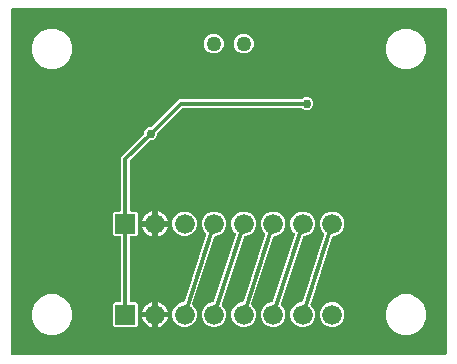
<source format=gbr>
G04 EAGLE Gerber RS-274X export*
G75*
%MOMM*%
%FSLAX34Y34*%
%LPD*%
%INBottom Copper*%
%IPPOS*%
%AMOC8*
5,1,8,0,0,1.08239X$1,22.5*%
G01*
%ADD10C,1.270000*%
%ADD11R,1.676400X1.676400*%
%ADD12C,1.676400*%
%ADD13C,0.756400*%
%ADD14C,0.304800*%

G36*
X370502Y3004D02*
X370502Y3004D01*
X370528Y3002D01*
X370675Y3024D01*
X370822Y3041D01*
X370847Y3049D01*
X370873Y3053D01*
X371011Y3108D01*
X371150Y3158D01*
X371172Y3172D01*
X371197Y3182D01*
X371318Y3267D01*
X371443Y3347D01*
X371461Y3366D01*
X371483Y3381D01*
X371582Y3491D01*
X371685Y3598D01*
X371699Y3620D01*
X371716Y3640D01*
X371788Y3770D01*
X371864Y3897D01*
X371872Y3922D01*
X371885Y3945D01*
X371925Y4088D01*
X371970Y4229D01*
X371972Y4255D01*
X371980Y4280D01*
X371999Y4524D01*
X371999Y295476D01*
X371997Y295497D01*
X371998Y295517D01*
X371998Y295521D01*
X371998Y295528D01*
X371976Y295675D01*
X371959Y295822D01*
X371951Y295847D01*
X371947Y295873D01*
X371892Y296011D01*
X371842Y296150D01*
X371828Y296172D01*
X371818Y296197D01*
X371733Y296318D01*
X371653Y296443D01*
X371634Y296461D01*
X371619Y296483D01*
X371509Y296582D01*
X371402Y296685D01*
X371380Y296699D01*
X371360Y296716D01*
X371230Y296788D01*
X371103Y296864D01*
X371078Y296872D01*
X371055Y296885D01*
X370912Y296925D01*
X370771Y296970D01*
X370745Y296972D01*
X370720Y296980D01*
X370476Y296999D01*
X4524Y296999D01*
X4498Y296996D01*
X4472Y296998D01*
X4325Y296976D01*
X4178Y296959D01*
X4153Y296951D01*
X4127Y296947D01*
X3989Y296892D01*
X3850Y296842D01*
X3828Y296828D01*
X3803Y296818D01*
X3682Y296733D01*
X3557Y296653D01*
X3539Y296634D01*
X3517Y296619D01*
X3418Y296509D01*
X3315Y296402D01*
X3301Y296380D01*
X3284Y296360D01*
X3212Y296230D01*
X3136Y296103D01*
X3128Y296078D01*
X3115Y296055D01*
X3075Y295912D01*
X3030Y295771D01*
X3028Y295745D01*
X3020Y295720D01*
X3001Y295476D01*
X3001Y4524D01*
X3004Y4498D01*
X3002Y4472D01*
X3024Y4325D01*
X3041Y4178D01*
X3049Y4153D01*
X3053Y4127D01*
X3108Y3989D01*
X3158Y3850D01*
X3172Y3828D01*
X3182Y3803D01*
X3267Y3682D01*
X3347Y3557D01*
X3366Y3539D01*
X3381Y3517D01*
X3491Y3418D01*
X3598Y3315D01*
X3620Y3301D01*
X3640Y3284D01*
X3770Y3212D01*
X3897Y3136D01*
X3922Y3128D01*
X3945Y3115D01*
X4088Y3075D01*
X4229Y3030D01*
X4255Y3028D01*
X4280Y3020D01*
X4524Y3001D01*
X370476Y3001D01*
X370502Y3004D01*
G37*
%LPC*%
G36*
X90789Y27117D02*
X90789Y27117D01*
X89617Y28289D01*
X89617Y46711D01*
X90789Y47883D01*
X94952Y47883D01*
X94978Y47886D01*
X95004Y47884D01*
X95151Y47906D01*
X95298Y47923D01*
X95323Y47931D01*
X95349Y47935D01*
X95487Y47990D01*
X95626Y48040D01*
X95648Y48054D01*
X95673Y48064D01*
X95794Y48149D01*
X95919Y48229D01*
X95937Y48248D01*
X95959Y48263D01*
X96058Y48373D01*
X96161Y48480D01*
X96175Y48502D01*
X96192Y48522D01*
X96264Y48652D01*
X96340Y48779D01*
X96348Y48804D01*
X96361Y48827D01*
X96401Y48970D01*
X96446Y49111D01*
X96448Y49137D01*
X96456Y49162D01*
X96475Y49406D01*
X96475Y102394D01*
X96472Y102420D01*
X96474Y102446D01*
X96452Y102593D01*
X96435Y102740D01*
X96427Y102765D01*
X96423Y102791D01*
X96368Y102929D01*
X96318Y103068D01*
X96304Y103090D01*
X96294Y103115D01*
X96209Y103236D01*
X96129Y103361D01*
X96110Y103379D01*
X96095Y103401D01*
X95985Y103500D01*
X95878Y103603D01*
X95856Y103617D01*
X95836Y103634D01*
X95706Y103706D01*
X95579Y103782D01*
X95554Y103790D01*
X95531Y103803D01*
X95388Y103843D01*
X95247Y103888D01*
X95221Y103890D01*
X95196Y103898D01*
X94952Y103917D01*
X90789Y103917D01*
X89617Y105089D01*
X89617Y123511D01*
X90789Y124683D01*
X94952Y124683D01*
X94978Y124686D01*
X95004Y124684D01*
X95151Y124706D01*
X95298Y124723D01*
X95323Y124731D01*
X95349Y124735D01*
X95487Y124790D01*
X95626Y124840D01*
X95648Y124854D01*
X95673Y124864D01*
X95794Y124949D01*
X95919Y125029D01*
X95937Y125048D01*
X95959Y125063D01*
X96058Y125173D01*
X96161Y125280D01*
X96175Y125302D01*
X96192Y125322D01*
X96264Y125452D01*
X96340Y125579D01*
X96348Y125604D01*
X96361Y125627D01*
X96401Y125770D01*
X96446Y125911D01*
X96448Y125937D01*
X96456Y125962D01*
X96475Y126206D01*
X96475Y170840D01*
X115091Y189456D01*
X115170Y189555D01*
X115254Y189649D01*
X115278Y189691D01*
X115308Y189729D01*
X115362Y189843D01*
X115423Y189954D01*
X115436Y190000D01*
X115457Y190044D01*
X115483Y190167D01*
X115518Y190289D01*
X115523Y190350D01*
X115530Y190385D01*
X115529Y190433D01*
X115537Y190533D01*
X115537Y191850D01*
X116418Y193976D01*
X118044Y195602D01*
X120170Y196483D01*
X121487Y196483D01*
X121613Y196497D01*
X121739Y196504D01*
X121785Y196517D01*
X121833Y196523D01*
X121952Y196565D01*
X122074Y196600D01*
X122116Y196624D01*
X122161Y196640D01*
X122268Y196709D01*
X122378Y196770D01*
X122424Y196810D01*
X122454Y196829D01*
X122488Y196864D01*
X122564Y196929D01*
X142749Y217114D01*
X145260Y219625D01*
X248116Y219625D01*
X248241Y219639D01*
X248368Y219646D01*
X248414Y219659D01*
X248462Y219665D01*
X248581Y219707D01*
X248702Y219742D01*
X248745Y219766D01*
X248790Y219782D01*
X248896Y219851D01*
X249007Y219912D01*
X249053Y219952D01*
X249083Y219971D01*
X249116Y220006D01*
X249193Y220071D01*
X250124Y221002D01*
X252250Y221883D01*
X254550Y221883D01*
X256676Y221002D01*
X258302Y219376D01*
X259183Y217250D01*
X259183Y214950D01*
X258302Y212824D01*
X256676Y211198D01*
X254550Y210317D01*
X252250Y210317D01*
X250124Y211198D01*
X249193Y212129D01*
X249094Y212208D01*
X249000Y212292D01*
X248958Y212316D01*
X248920Y212346D01*
X248806Y212400D01*
X248695Y212461D01*
X248648Y212474D01*
X248605Y212495D01*
X248481Y212521D01*
X248360Y212556D01*
X248299Y212561D01*
X248264Y212568D01*
X248216Y212567D01*
X248116Y212575D01*
X148811Y212575D01*
X148685Y212561D01*
X148559Y212554D01*
X148513Y212541D01*
X148465Y212535D01*
X148346Y212493D01*
X148224Y212458D01*
X148182Y212434D01*
X148137Y212418D01*
X148030Y212349D01*
X147920Y212288D01*
X147874Y212248D01*
X147844Y212229D01*
X147810Y212194D01*
X147734Y212129D01*
X127549Y191944D01*
X127470Y191845D01*
X127386Y191751D01*
X127362Y191709D01*
X127332Y191671D01*
X127278Y191557D01*
X127217Y191446D01*
X127204Y191400D01*
X127183Y191356D01*
X127157Y191233D01*
X127122Y191111D01*
X127117Y191050D01*
X127110Y191015D01*
X127111Y190967D01*
X127103Y190867D01*
X127103Y189550D01*
X126222Y187424D01*
X124596Y185798D01*
X122470Y184917D01*
X121153Y184917D01*
X121027Y184903D01*
X120901Y184896D01*
X120855Y184883D01*
X120807Y184877D01*
X120688Y184835D01*
X120566Y184800D01*
X120524Y184776D01*
X120479Y184760D01*
X120372Y184691D01*
X120262Y184630D01*
X120216Y184590D01*
X120186Y184571D01*
X120152Y184536D01*
X120076Y184471D01*
X103971Y168366D01*
X103892Y168267D01*
X103808Y168173D01*
X103784Y168131D01*
X103754Y168093D01*
X103700Y167979D01*
X103639Y167868D01*
X103626Y167822D01*
X103605Y167778D01*
X103579Y167655D01*
X103544Y167533D01*
X103539Y167472D01*
X103532Y167437D01*
X103533Y167389D01*
X103525Y167289D01*
X103525Y126206D01*
X103528Y126180D01*
X103526Y126154D01*
X103548Y126007D01*
X103565Y125860D01*
X103573Y125835D01*
X103577Y125809D01*
X103632Y125671D01*
X103682Y125532D01*
X103696Y125510D01*
X103706Y125485D01*
X103791Y125364D01*
X103871Y125239D01*
X103890Y125221D01*
X103905Y125199D01*
X104015Y125100D01*
X104122Y124997D01*
X104144Y124983D01*
X104164Y124966D01*
X104294Y124894D01*
X104421Y124818D01*
X104446Y124810D01*
X104469Y124797D01*
X104612Y124757D01*
X104753Y124712D01*
X104779Y124710D01*
X104804Y124702D01*
X105048Y124683D01*
X109211Y124683D01*
X110383Y123511D01*
X110383Y105089D01*
X109211Y103917D01*
X105048Y103917D01*
X105022Y103914D01*
X104996Y103916D01*
X104849Y103894D01*
X104702Y103877D01*
X104677Y103869D01*
X104651Y103865D01*
X104513Y103810D01*
X104374Y103760D01*
X104352Y103746D01*
X104327Y103736D01*
X104206Y103651D01*
X104081Y103571D01*
X104063Y103552D01*
X104041Y103537D01*
X103942Y103427D01*
X103839Y103320D01*
X103825Y103298D01*
X103808Y103278D01*
X103736Y103148D01*
X103660Y103021D01*
X103652Y102996D01*
X103639Y102973D01*
X103599Y102830D01*
X103554Y102689D01*
X103552Y102663D01*
X103544Y102638D01*
X103525Y102394D01*
X103525Y49406D01*
X103528Y49380D01*
X103526Y49354D01*
X103548Y49207D01*
X103565Y49060D01*
X103573Y49035D01*
X103577Y49009D01*
X103632Y48871D01*
X103682Y48732D01*
X103696Y48710D01*
X103706Y48685D01*
X103791Y48564D01*
X103871Y48439D01*
X103890Y48421D01*
X103905Y48399D01*
X104015Y48300D01*
X104122Y48197D01*
X104144Y48183D01*
X104164Y48166D01*
X104294Y48094D01*
X104421Y48018D01*
X104446Y48010D01*
X104469Y47997D01*
X104612Y47957D01*
X104753Y47912D01*
X104779Y47910D01*
X104804Y47902D01*
X105048Y47883D01*
X109211Y47883D01*
X110383Y46711D01*
X110383Y28289D01*
X109211Y27117D01*
X90789Y27117D01*
G37*
%LPD*%
%LPC*%
G36*
X247935Y27117D02*
X247935Y27117D01*
X244119Y28698D01*
X241198Y31619D01*
X239617Y35435D01*
X239617Y39565D01*
X241198Y43381D01*
X244119Y46302D01*
X247935Y47883D01*
X248567Y47883D01*
X248702Y47898D01*
X248837Y47907D01*
X248874Y47918D01*
X248913Y47923D01*
X249041Y47968D01*
X249171Y48007D01*
X249204Y48027D01*
X249241Y48040D01*
X249355Y48114D01*
X249473Y48181D01*
X249501Y48208D01*
X249534Y48229D01*
X249628Y48327D01*
X249727Y48419D01*
X249749Y48452D01*
X249776Y48480D01*
X249846Y48596D01*
X249921Y48709D01*
X249940Y48753D01*
X249955Y48779D01*
X249970Y48826D01*
X250015Y48934D01*
X268308Y105131D01*
X268312Y105148D01*
X268319Y105163D01*
X268347Y105318D01*
X268378Y105472D01*
X268377Y105489D01*
X268380Y105506D01*
X268372Y105664D01*
X268368Y105821D01*
X268363Y105837D01*
X268362Y105854D01*
X268319Y106006D01*
X268278Y106158D01*
X268271Y106173D01*
X268266Y106189D01*
X268189Y106327D01*
X268115Y106466D01*
X268104Y106478D01*
X268096Y106493D01*
X267937Y106679D01*
X266198Y108419D01*
X264617Y112235D01*
X264617Y116365D01*
X266198Y120181D01*
X269119Y123102D01*
X272935Y124683D01*
X277065Y124683D01*
X280881Y123102D01*
X283802Y120181D01*
X285383Y116365D01*
X285383Y112235D01*
X283802Y108419D01*
X280881Y105498D01*
X277065Y103917D01*
X276433Y103917D01*
X276298Y103902D01*
X276163Y103893D01*
X276126Y103882D01*
X276087Y103877D01*
X275959Y103832D01*
X275829Y103793D01*
X275796Y103773D01*
X275759Y103760D01*
X275645Y103686D01*
X275527Y103619D01*
X275499Y103592D01*
X275466Y103571D01*
X275372Y103473D01*
X275273Y103381D01*
X275251Y103348D01*
X275224Y103320D01*
X275154Y103204D01*
X275079Y103091D01*
X275060Y103047D01*
X275045Y103021D01*
X275030Y102974D01*
X274985Y102866D01*
X256692Y46669D01*
X256688Y46652D01*
X256681Y46637D01*
X256653Y46482D01*
X256622Y46328D01*
X256623Y46311D01*
X256620Y46294D01*
X256628Y46136D01*
X256632Y45979D01*
X256637Y45963D01*
X256638Y45946D01*
X256681Y45794D01*
X256722Y45642D01*
X256729Y45627D01*
X256734Y45611D01*
X256811Y45473D01*
X256885Y45334D01*
X256896Y45322D01*
X256904Y45307D01*
X257063Y45121D01*
X258802Y43381D01*
X260383Y39565D01*
X260383Y35435D01*
X258802Y31619D01*
X255881Y28698D01*
X252065Y27117D01*
X247935Y27117D01*
G37*
%LPD*%
%LPC*%
G36*
X222935Y27117D02*
X222935Y27117D01*
X219119Y28698D01*
X216198Y31619D01*
X214617Y35435D01*
X214617Y39565D01*
X216198Y43381D01*
X219119Y46302D01*
X222935Y47883D01*
X223567Y47883D01*
X223702Y47898D01*
X223837Y47907D01*
X223874Y47918D01*
X223913Y47923D01*
X224041Y47968D01*
X224171Y48007D01*
X224204Y48027D01*
X224241Y48040D01*
X224355Y48114D01*
X224473Y48181D01*
X224501Y48208D01*
X224534Y48229D01*
X224628Y48327D01*
X224727Y48419D01*
X224749Y48452D01*
X224776Y48480D01*
X224846Y48596D01*
X224921Y48709D01*
X224940Y48753D01*
X224955Y48779D01*
X224970Y48826D01*
X225015Y48934D01*
X243308Y105131D01*
X243312Y105148D01*
X243319Y105163D01*
X243347Y105318D01*
X243378Y105472D01*
X243377Y105489D01*
X243380Y105506D01*
X243372Y105664D01*
X243368Y105821D01*
X243363Y105837D01*
X243362Y105854D01*
X243319Y106006D01*
X243278Y106158D01*
X243271Y106173D01*
X243266Y106189D01*
X243189Y106327D01*
X243115Y106466D01*
X243104Y106478D01*
X243096Y106493D01*
X242937Y106679D01*
X241198Y108419D01*
X239617Y112235D01*
X239617Y116365D01*
X241198Y120181D01*
X244119Y123102D01*
X247935Y124683D01*
X252065Y124683D01*
X255881Y123102D01*
X258802Y120181D01*
X260383Y116365D01*
X260383Y112235D01*
X258802Y108419D01*
X255881Y105498D01*
X252065Y103917D01*
X251433Y103917D01*
X251298Y103902D01*
X251163Y103893D01*
X251126Y103882D01*
X251087Y103877D01*
X250959Y103832D01*
X250829Y103793D01*
X250796Y103773D01*
X250759Y103760D01*
X250645Y103686D01*
X250527Y103619D01*
X250499Y103592D01*
X250466Y103571D01*
X250372Y103473D01*
X250273Y103381D01*
X250251Y103348D01*
X250224Y103320D01*
X250154Y103204D01*
X250079Y103091D01*
X250060Y103047D01*
X250045Y103021D01*
X250030Y102974D01*
X249985Y102866D01*
X231692Y46669D01*
X231688Y46652D01*
X231681Y46637D01*
X231653Y46482D01*
X231622Y46328D01*
X231623Y46311D01*
X231620Y46294D01*
X231628Y46136D01*
X231632Y45979D01*
X231637Y45963D01*
X231638Y45946D01*
X231681Y45794D01*
X231722Y45642D01*
X231729Y45627D01*
X231734Y45611D01*
X231811Y45473D01*
X231885Y45334D01*
X231896Y45322D01*
X231904Y45307D01*
X232063Y45121D01*
X233802Y43381D01*
X235383Y39565D01*
X235383Y35435D01*
X233802Y31619D01*
X230881Y28698D01*
X227065Y27117D01*
X222935Y27117D01*
G37*
%LPD*%
%LPC*%
G36*
X197935Y27117D02*
X197935Y27117D01*
X194119Y28698D01*
X191198Y31619D01*
X189617Y35435D01*
X189617Y39565D01*
X191198Y43381D01*
X194119Y46302D01*
X197935Y47883D01*
X198567Y47883D01*
X198702Y47898D01*
X198837Y47907D01*
X198874Y47918D01*
X198913Y47923D01*
X199041Y47968D01*
X199171Y48007D01*
X199204Y48027D01*
X199241Y48040D01*
X199355Y48114D01*
X199473Y48181D01*
X199501Y48208D01*
X199534Y48229D01*
X199628Y48327D01*
X199727Y48419D01*
X199749Y48452D01*
X199776Y48480D01*
X199846Y48596D01*
X199921Y48709D01*
X199940Y48753D01*
X199955Y48779D01*
X199970Y48826D01*
X200015Y48934D01*
X218308Y105131D01*
X218312Y105148D01*
X218319Y105163D01*
X218347Y105318D01*
X218378Y105472D01*
X218377Y105489D01*
X218380Y105506D01*
X218372Y105664D01*
X218368Y105821D01*
X218363Y105837D01*
X218362Y105854D01*
X218319Y106006D01*
X218278Y106158D01*
X218271Y106173D01*
X218266Y106189D01*
X218189Y106327D01*
X218115Y106466D01*
X218104Y106478D01*
X218096Y106493D01*
X217937Y106679D01*
X216198Y108419D01*
X214617Y112235D01*
X214617Y116365D01*
X216198Y120181D01*
X219119Y123102D01*
X222935Y124683D01*
X227065Y124683D01*
X230881Y123102D01*
X233802Y120181D01*
X235383Y116365D01*
X235383Y112235D01*
X233802Y108419D01*
X230881Y105498D01*
X227065Y103917D01*
X226433Y103917D01*
X226298Y103902D01*
X226163Y103893D01*
X226126Y103882D01*
X226087Y103877D01*
X225959Y103832D01*
X225829Y103793D01*
X225796Y103773D01*
X225759Y103760D01*
X225645Y103686D01*
X225527Y103619D01*
X225499Y103592D01*
X225466Y103571D01*
X225372Y103473D01*
X225273Y103381D01*
X225251Y103348D01*
X225224Y103320D01*
X225154Y103204D01*
X225079Y103091D01*
X225060Y103047D01*
X225045Y103021D01*
X225030Y102974D01*
X224985Y102866D01*
X206692Y46669D01*
X206688Y46652D01*
X206681Y46637D01*
X206653Y46482D01*
X206622Y46328D01*
X206623Y46311D01*
X206620Y46294D01*
X206628Y46136D01*
X206632Y45979D01*
X206637Y45963D01*
X206638Y45946D01*
X206681Y45794D01*
X206722Y45642D01*
X206729Y45627D01*
X206734Y45611D01*
X206811Y45473D01*
X206885Y45334D01*
X206896Y45322D01*
X206904Y45307D01*
X207063Y45121D01*
X208802Y43381D01*
X210383Y39565D01*
X210383Y35435D01*
X208802Y31619D01*
X205881Y28698D01*
X202065Y27117D01*
X197935Y27117D01*
G37*
%LPD*%
%LPC*%
G36*
X172935Y27117D02*
X172935Y27117D01*
X169119Y28698D01*
X166198Y31619D01*
X164617Y35435D01*
X164617Y39565D01*
X166198Y43381D01*
X169119Y46302D01*
X172935Y47883D01*
X173567Y47883D01*
X173702Y47898D01*
X173837Y47907D01*
X173874Y47918D01*
X173913Y47923D01*
X174041Y47968D01*
X174171Y48007D01*
X174204Y48027D01*
X174241Y48040D01*
X174355Y48114D01*
X174473Y48181D01*
X174501Y48208D01*
X174534Y48229D01*
X174628Y48327D01*
X174727Y48419D01*
X174749Y48452D01*
X174776Y48480D01*
X174846Y48596D01*
X174921Y48709D01*
X174940Y48753D01*
X174955Y48779D01*
X174970Y48826D01*
X175015Y48934D01*
X193308Y105131D01*
X193312Y105148D01*
X193319Y105163D01*
X193347Y105318D01*
X193378Y105472D01*
X193377Y105489D01*
X193380Y105506D01*
X193372Y105664D01*
X193368Y105821D01*
X193363Y105837D01*
X193362Y105854D01*
X193319Y106006D01*
X193278Y106158D01*
X193271Y106173D01*
X193266Y106189D01*
X193189Y106327D01*
X193115Y106466D01*
X193104Y106478D01*
X193096Y106493D01*
X192937Y106679D01*
X191198Y108419D01*
X189617Y112235D01*
X189617Y116365D01*
X191198Y120181D01*
X194119Y123102D01*
X197935Y124683D01*
X202065Y124683D01*
X205881Y123102D01*
X208802Y120181D01*
X210383Y116365D01*
X210383Y112235D01*
X208802Y108419D01*
X205881Y105498D01*
X202065Y103917D01*
X201433Y103917D01*
X201298Y103902D01*
X201163Y103893D01*
X201126Y103882D01*
X201087Y103877D01*
X200959Y103832D01*
X200829Y103793D01*
X200796Y103773D01*
X200759Y103760D01*
X200645Y103686D01*
X200527Y103619D01*
X200499Y103592D01*
X200466Y103571D01*
X200372Y103473D01*
X200273Y103381D01*
X200251Y103348D01*
X200224Y103320D01*
X200154Y103204D01*
X200079Y103091D01*
X200060Y103047D01*
X200045Y103021D01*
X200030Y102974D01*
X199985Y102866D01*
X181692Y46669D01*
X181688Y46652D01*
X181681Y46637D01*
X181653Y46482D01*
X181622Y46328D01*
X181623Y46311D01*
X181620Y46294D01*
X181628Y46136D01*
X181632Y45979D01*
X181637Y45963D01*
X181638Y45946D01*
X181681Y45794D01*
X181722Y45642D01*
X181729Y45627D01*
X181734Y45611D01*
X181811Y45473D01*
X181885Y45334D01*
X181896Y45322D01*
X181904Y45307D01*
X182063Y45121D01*
X183802Y43381D01*
X185383Y39565D01*
X185383Y35435D01*
X183802Y31619D01*
X180881Y28698D01*
X177065Y27117D01*
X172935Y27117D01*
G37*
%LPD*%
%LPC*%
G36*
X147935Y27117D02*
X147935Y27117D01*
X144119Y28698D01*
X141198Y31619D01*
X139617Y35435D01*
X139617Y39565D01*
X141198Y43381D01*
X144119Y46302D01*
X147935Y47883D01*
X148567Y47883D01*
X148702Y47898D01*
X148837Y47907D01*
X148874Y47918D01*
X148913Y47923D01*
X149041Y47968D01*
X149171Y48007D01*
X149204Y48027D01*
X149241Y48040D01*
X149355Y48114D01*
X149473Y48181D01*
X149501Y48208D01*
X149534Y48229D01*
X149628Y48327D01*
X149727Y48419D01*
X149749Y48452D01*
X149776Y48480D01*
X149846Y48596D01*
X149921Y48709D01*
X149940Y48753D01*
X149955Y48779D01*
X149970Y48826D01*
X150015Y48934D01*
X168308Y105131D01*
X168312Y105148D01*
X168319Y105163D01*
X168347Y105318D01*
X168378Y105472D01*
X168377Y105489D01*
X168380Y105506D01*
X168372Y105664D01*
X168368Y105821D01*
X168363Y105837D01*
X168362Y105854D01*
X168319Y106006D01*
X168278Y106158D01*
X168271Y106173D01*
X168266Y106189D01*
X168189Y106327D01*
X168115Y106466D01*
X168104Y106478D01*
X168096Y106493D01*
X167937Y106679D01*
X166198Y108419D01*
X164617Y112235D01*
X164617Y116365D01*
X166198Y120181D01*
X169119Y123102D01*
X172935Y124683D01*
X177065Y124683D01*
X180881Y123102D01*
X183802Y120181D01*
X185383Y116365D01*
X185383Y112235D01*
X183802Y108419D01*
X180881Y105498D01*
X177065Y103917D01*
X176433Y103917D01*
X176298Y103902D01*
X176163Y103893D01*
X176126Y103882D01*
X176087Y103877D01*
X175959Y103832D01*
X175829Y103793D01*
X175796Y103773D01*
X175759Y103760D01*
X175645Y103686D01*
X175527Y103619D01*
X175499Y103592D01*
X175466Y103571D01*
X175372Y103473D01*
X175273Y103381D01*
X175251Y103348D01*
X175224Y103320D01*
X175154Y103204D01*
X175079Y103091D01*
X175060Y103047D01*
X175045Y103021D01*
X175030Y102974D01*
X174985Y102866D01*
X156692Y46669D01*
X156688Y46652D01*
X156681Y46637D01*
X156653Y46482D01*
X156622Y46328D01*
X156623Y46311D01*
X156620Y46294D01*
X156628Y46136D01*
X156632Y45979D01*
X156637Y45963D01*
X156638Y45946D01*
X156681Y45794D01*
X156722Y45642D01*
X156729Y45627D01*
X156734Y45611D01*
X156811Y45473D01*
X156885Y45334D01*
X156896Y45322D01*
X156904Y45307D01*
X157063Y45121D01*
X158802Y43381D01*
X160383Y39565D01*
X160383Y35435D01*
X158802Y31619D01*
X155881Y28698D01*
X152065Y27117D01*
X147935Y27117D01*
G37*
%LPD*%
%LPC*%
G36*
X334118Y245499D02*
X334118Y245499D01*
X327870Y248087D01*
X323087Y252870D01*
X320499Y259118D01*
X320499Y265882D01*
X323087Y272130D01*
X327870Y276913D01*
X334118Y279501D01*
X340882Y279501D01*
X347130Y276913D01*
X351913Y272130D01*
X354501Y265882D01*
X354501Y259118D01*
X351913Y252870D01*
X347130Y248087D01*
X340882Y245499D01*
X334118Y245499D01*
G37*
%LPD*%
%LPC*%
G36*
X34118Y245499D02*
X34118Y245499D01*
X27870Y248087D01*
X23087Y252870D01*
X20499Y259118D01*
X20499Y265882D01*
X23087Y272130D01*
X27870Y276913D01*
X34118Y279501D01*
X40882Y279501D01*
X47130Y276913D01*
X51913Y272130D01*
X54501Y265882D01*
X54501Y259118D01*
X51913Y252870D01*
X47130Y248087D01*
X40882Y245499D01*
X34118Y245499D01*
G37*
%LPD*%
%LPC*%
G36*
X334118Y20499D02*
X334118Y20499D01*
X327870Y23087D01*
X323087Y27870D01*
X320499Y34118D01*
X320499Y40882D01*
X323087Y47130D01*
X327870Y51913D01*
X334118Y54501D01*
X340882Y54501D01*
X347130Y51913D01*
X351913Y47130D01*
X354501Y40882D01*
X354501Y34118D01*
X351913Y27870D01*
X347130Y23087D01*
X340882Y20499D01*
X334118Y20499D01*
G37*
%LPD*%
%LPC*%
G36*
X34118Y20499D02*
X34118Y20499D01*
X27870Y23087D01*
X23087Y27870D01*
X20499Y34118D01*
X20499Y40882D01*
X23087Y47130D01*
X27870Y51913D01*
X34118Y54501D01*
X40882Y54501D01*
X47130Y51913D01*
X51913Y47130D01*
X54501Y40882D01*
X54501Y34118D01*
X51913Y27870D01*
X47130Y23087D01*
X40882Y20499D01*
X34118Y20499D01*
G37*
%LPD*%
%LPC*%
G36*
X147935Y103917D02*
X147935Y103917D01*
X144119Y105498D01*
X141198Y108419D01*
X139617Y112235D01*
X139617Y116365D01*
X141198Y120181D01*
X144119Y123102D01*
X147935Y124683D01*
X152065Y124683D01*
X155881Y123102D01*
X158802Y120181D01*
X160383Y116365D01*
X160383Y112235D01*
X158802Y108419D01*
X155881Y105498D01*
X152065Y103917D01*
X147935Y103917D01*
G37*
%LPD*%
%LPC*%
G36*
X272935Y27117D02*
X272935Y27117D01*
X269119Y28698D01*
X266198Y31619D01*
X264617Y35435D01*
X264617Y39565D01*
X266198Y43381D01*
X269119Y46302D01*
X272935Y47883D01*
X277065Y47883D01*
X280881Y46302D01*
X283802Y43381D01*
X285383Y39565D01*
X285383Y35435D01*
X283802Y31619D01*
X280881Y28698D01*
X277065Y27117D01*
X272935Y27117D01*
G37*
%LPD*%
%LPC*%
G36*
X198539Y258549D02*
X198539Y258549D01*
X195470Y259821D01*
X193121Y262170D01*
X191849Y265239D01*
X191849Y268561D01*
X193121Y271630D01*
X195470Y273979D01*
X198539Y275251D01*
X201861Y275251D01*
X204930Y273979D01*
X207279Y271630D01*
X208551Y268561D01*
X208551Y265239D01*
X207279Y262170D01*
X204930Y259821D01*
X201861Y258549D01*
X198539Y258549D01*
G37*
%LPD*%
%LPC*%
G36*
X173139Y258549D02*
X173139Y258549D01*
X170070Y259821D01*
X167721Y262170D01*
X166449Y265239D01*
X166449Y268561D01*
X167721Y271630D01*
X170070Y273979D01*
X173139Y275251D01*
X176461Y275251D01*
X179530Y273979D01*
X181879Y271630D01*
X183151Y268561D01*
X183151Y265239D01*
X181879Y262170D01*
X179530Y259821D01*
X176461Y258549D01*
X173139Y258549D01*
G37*
%LPD*%
%LPC*%
G36*
X127249Y116549D02*
X127249Y116549D01*
X127249Y125003D01*
X127558Y124954D01*
X129193Y124422D01*
X130725Y123642D01*
X132116Y122631D01*
X133331Y121416D01*
X134342Y120025D01*
X135122Y118493D01*
X135654Y116858D01*
X135703Y116549D01*
X127249Y116549D01*
G37*
%LPD*%
%LPC*%
G36*
X127249Y39749D02*
X127249Y39749D01*
X127249Y48203D01*
X127558Y48154D01*
X129193Y47622D01*
X130725Y46842D01*
X132116Y45831D01*
X133331Y44616D01*
X134342Y43225D01*
X135122Y41693D01*
X135654Y40058D01*
X135703Y39749D01*
X127249Y39749D01*
G37*
%LPD*%
%LPC*%
G36*
X114297Y116549D02*
X114297Y116549D01*
X114346Y116858D01*
X114878Y118493D01*
X115658Y120025D01*
X116669Y121416D01*
X117884Y122631D01*
X119275Y123642D01*
X120807Y124422D01*
X122442Y124954D01*
X122751Y125003D01*
X122751Y116549D01*
X114297Y116549D01*
G37*
%LPD*%
%LPC*%
G36*
X127249Y112051D02*
X127249Y112051D01*
X135703Y112051D01*
X135654Y111742D01*
X135122Y110107D01*
X134342Y108575D01*
X133331Y107184D01*
X132116Y105969D01*
X130725Y104958D01*
X129193Y104178D01*
X127558Y103646D01*
X127249Y103597D01*
X127249Y112051D01*
G37*
%LPD*%
%LPC*%
G36*
X114297Y39749D02*
X114297Y39749D01*
X114346Y40058D01*
X114878Y41693D01*
X115658Y43225D01*
X116669Y44616D01*
X117884Y45831D01*
X119275Y46842D01*
X120807Y47622D01*
X122442Y48154D01*
X122751Y48203D01*
X122751Y39749D01*
X114297Y39749D01*
G37*
%LPD*%
%LPC*%
G36*
X127249Y35251D02*
X127249Y35251D01*
X135703Y35251D01*
X135654Y34942D01*
X135122Y33307D01*
X134342Y31775D01*
X133331Y30384D01*
X132116Y29169D01*
X130725Y28158D01*
X129193Y27378D01*
X127558Y26846D01*
X127249Y26797D01*
X127249Y35251D01*
G37*
%LPD*%
%LPC*%
G36*
X122442Y103646D02*
X122442Y103646D01*
X120807Y104178D01*
X119275Y104958D01*
X117884Y105969D01*
X116669Y107184D01*
X115658Y108575D01*
X114878Y110107D01*
X114346Y111742D01*
X114297Y112051D01*
X122751Y112051D01*
X122751Y103597D01*
X122442Y103646D01*
G37*
%LPD*%
%LPC*%
G36*
X122442Y26846D02*
X122442Y26846D01*
X120807Y27378D01*
X119275Y28158D01*
X117884Y29169D01*
X116669Y30384D01*
X115658Y31775D01*
X114878Y33307D01*
X114346Y34942D01*
X114297Y35251D01*
X122751Y35251D01*
X122751Y26797D01*
X122442Y26846D01*
G37*
%LPD*%
D10*
X200200Y266900D03*
X174800Y266900D03*
D11*
X100000Y114300D03*
D12*
X125000Y114300D03*
X150000Y114300D03*
X175000Y114300D03*
X200000Y114300D03*
X225000Y114300D03*
X250000Y114300D03*
X275000Y114300D03*
D11*
X100000Y37500D03*
D12*
X125000Y37500D03*
X150000Y37500D03*
X175000Y37500D03*
X200000Y37500D03*
X225000Y37500D03*
X250000Y37500D03*
X275000Y37500D03*
D13*
X121320Y190700D03*
X253400Y216100D03*
D14*
X100000Y114300D02*
X100000Y37500D01*
X100000Y114300D02*
X100000Y169380D01*
X121320Y190700D01*
X146720Y216100D01*
X253400Y216100D01*
X175000Y114300D02*
X150000Y37500D01*
X175000Y37500D02*
X200000Y114300D01*
X225000Y114300D02*
X200000Y37500D01*
X225000Y37500D02*
X250000Y114300D01*
X275000Y114300D02*
X250000Y37500D01*
M02*

</source>
